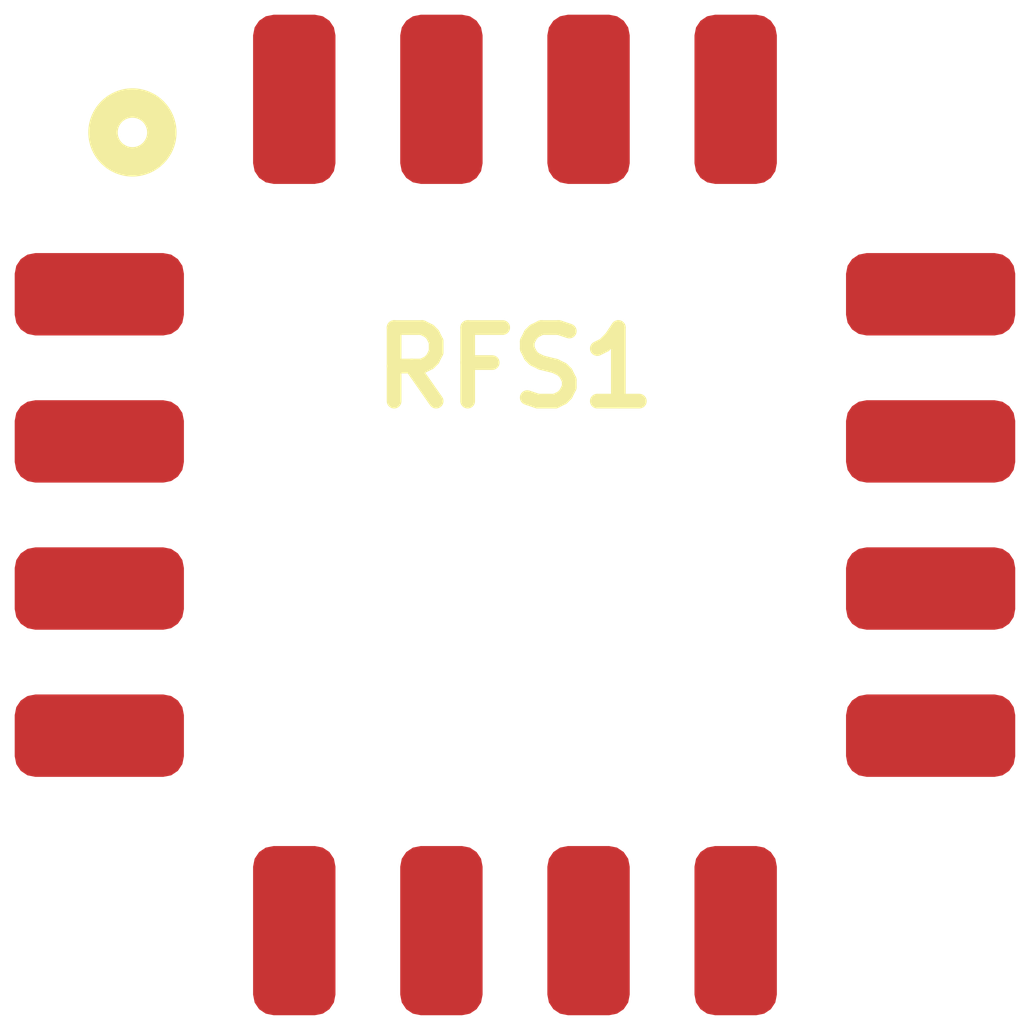
<source format=kicad_pcb>
(kicad_pcb (version 20240108) (generator "pcbnew") (generator_version "8.0")
  (layers (0 "F.Cu" signal) (31 "B.Cu" signal) (34 "B.Paste" user) (35 "F.Paste" user) (36 "B.SilkS" user "B.Silkscreen") (37 "F.SilkS" user "F.Silkscreen") (38 "B.Mask" user) (39 "F.Mask" user) (44 "Edge.Cuts" user))
  (net 0 "")
  (footprint "PE42440_rf_switch:PE42440" (layer "F.Cu") (at 149.09 99.03)
    (property "Reference" "RFS1" (at 0 -0.5 0) (layer "F.SilkS") (effects (font (size 0.25 0.25) (thickness 0.05) (bold yes))))
    (property "Value" "~")
    (fp_circle (center -1.3 -1.3) (end -1.2 -1.3) (stroke (width 0.1)) (fill none) (layer "F.SilkS"))
    (pad "1" smd roundrect (at -1.4125 -0.75 90) (size 0.28 0.575) (layers "F.Cu" "F.Paste" "F.Mask"))
    (pad "2" smd roundrect (at -1.4125 -0.25 90) (size 0.28 0.575) (layers "F.Cu" "F.Paste" "F.Mask"))
    (pad "3" smd roundrect (at -1.4125 0.25 90) (size 0.28 0.575) (layers "F.Cu" "F.Paste" "F.Mask"))
    (pad "4" smd roundrect (at -1.4125 0.75 90) (size 0.28 0.575) (layers "F.Cu" "F.Paste" "F.Mask"))
    (pad "5" smd roundrect (at -0.75 1.4125 180) (size 0.28 0.575) (layers "F.Cu" "F.Paste" "F.Mask"))
    (pad "6" smd roundrect (at -0.25 1.4125 180) (size 0.28 0.575) (layers "F.Cu" "F.Paste" "F.Mask"))
    (pad "7" smd roundrect (at 0.25 1.4125 180) (size 0.28 0.575) (layers "F.Cu" "F.Paste" "F.Mask"))
    (pad "8" smd roundrect (at 0.75 1.4125 180) (size 0.28 0.575) (layers "F.Cu" "F.Paste" "F.Mask"))
    (pad "9" smd roundrect (at 1.4125 0.75 90) (size 0.28 0.575) (layers "F.Cu" "F.Paste" "F.Mask"))
    (pad "10" smd roundrect (at 1.4125 0.25 90) (size 0.28 0.575) (layers "F.Cu" "F.Paste" "F.Mask"))
    (pad "11" smd roundrect (at 1.4125 -0.25 90) (size 0.28 0.575) (layers "F.Cu" "F.Paste" "F.Mask"))
    (pad "12" smd roundrect (at 1.4125 -0.75 90) (size 0.28 0.575) (layers "F.Cu" "F.Paste" "F.Mask"))
    (pad "13" smd roundrect (at 0.75 -1.4125 180) (size 0.28 0.575) (layers "F.Cu" "F.Paste" "F.Mask"))
    (pad "14" smd roundrect (at 0.25 -1.4125 180) (size 0.28 0.575) (layers "F.Cu" "F.Paste" "F.Mask"))
    (pad "15" smd roundrect (at -0.25 -1.4125 180) (size 0.28 0.575) (layers "F.Cu" "F.Paste" "F.Mask"))
    (pad "16" smd roundrect (at -0.75 -1.4125 180) (size 0.28 0.575) (layers "F.Cu" "F.Paste" "F.Mask"))
  )
)
</source>
